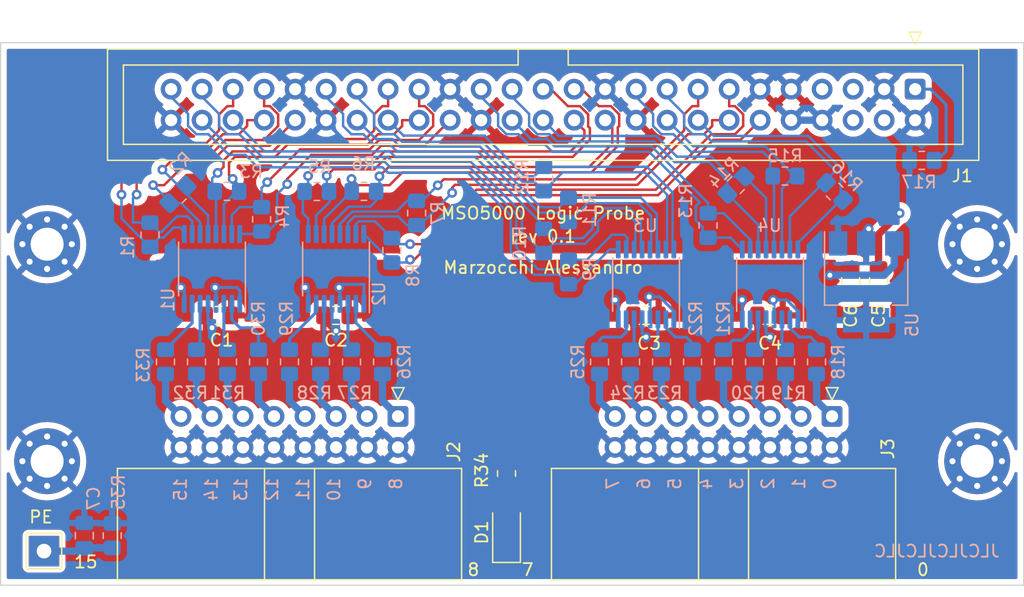
<source format=kicad_pcb>
(kicad_pcb (version 20211014) (generator pcbnew)
  (layers (0 "F.Cu" signal) (31 "B.Cu" signal) (34 "B.Paste" user) (35 "F.Paste" user) (36 "B.SilkS" user "B.Silkscreen") (37 "F.SilkS" user "F.Silkscreen") (38 "B.Mask" user) (39 "F.Mask" user) (44 "Edge.Cuts" user))
  (net 0 "")
  (net 1 "/Gnd")
  (net 2 "+3V3")
  (net 3 "/Probe detect")
  (net 4 "/-2.4V")
  (net 5 "/D8-15Ref")
  (net 6 "/D0-7Ref")
  (net 7 "/+2.4V")
  (net 8 "/+4V")
  (net 9 "/D8-")
  (net 10 "/D8+")
  (net 11 "/D9+")
  (net 12 "/D9-")
  (net 13 "/D0-")
  (net 14 "/D0+")
  (net 15 "/D1+")
  (net 16 "/D1-")
  (net 17 "/D10-")
  (net 18 "/D10+")
  (net 19 "/D11-")
  (net 20 "/D11+")
  (net 21 "/D2-")
  (net 22 "/D2+")
  (net 23 "/D3+")
  (net 24 "/D3-")
  (net 25 "/D12-")
  (net 26 "/D12+")
  (net 27 "/D13+")
  (net 28 "/D13-")
  (net 29 "/D4-")
  (net 30 "/D4+")
  (net 31 "/D5+")
  (net 32 "/D5-")
  (net 33 "/D14+")
  (net 34 "/D14-")
  (net 35 "/D15+")
  (net 36 "/D15-")
  (net 37 "/D6-")
  (net 38 "/D6+")
  (net 39 "/D7+")
  (net 40 "/D7-")
  (net 41 "Net-(J2-Pad1)")
  (net 42 "Net-(J2-Pad3)")
  (net 43 "Net-(J2-Pad5)")
  (net 44 "Net-(J2-Pad7)")
  (net 45 "Net-(J2-Pad9)")
  (net 46 "Net-(J2-Pad11)")
  (net 47 "Net-(J2-Pad13)")
  (net 48 "Net-(J2-Pad15)")
  (net 49 "Net-(J3-Pad1)")
  (net 50 "Net-(J3-Pad3)")
  (net 51 "Net-(J3-Pad5)")
  (net 52 "Net-(J3-Pad7)")
  (net 53 "Net-(J3-Pad9)")
  (net 54 "Net-(J3-Pad11)")
  (net 55 "Net-(J3-Pad13)")
  (net 56 "Net-(J3-Pad15)")
  (net 57 "/D15")
  (net 58 "/D14")
  (net 59 "/D13")
  (net 60 "/D12")
  (net 61 "/D11")
  (net 62 "/D10")
  (net 63 "/D9")
  (net 64 "/D8")
  (net 65 "/D7")
  (net 66 "/D6")
  (net 67 "/D5")
  (net 68 "/D4")
  (net 69 "/D3")
  (net 70 "/D2")
  (net 71 "/D1")
  (net 72 "/D0")
  (net 73 "Net-(D1-Pad2)")
  (net 74 "Earth")
  (footprint "Capacitor_SMD:C_0805_2012Metric_Pad1.18x1.45mm_HandSolder" (layer "F.Cu") (at 137.97 102.3525)
    (fp_text reference "C4")
    (fp_text value "100n")
  )
  (footprint "Capacitor_SMD:C_0805_2012Metric_Pad1.18x1.45mm_HandSolder" (layer "F.Cu") (at 146.86 99.537 -90)
    (fp_text reference "C5")
    (fp_text value "10u")
  )
  (footprint "MountingHole:MountingHole_2.7mm_Pad_Via" (layer "F.Cu") (at 154.94 114.3)
    (fp_text reference "H4" hide)
    (fp_text value "Mount")
  )
  (footprint "LED_SMD:LED_1206_3216Metric_Pad1.42x1.75mm_HandSolder" (layer "F.Cu") (at 116.38 120.1325 90)
    (fp_text reference "D1")
    (fp_text value "LED")
  )
  (footprint "Connector_IDC:IDC-Header_2x08_P2.54mm_Horizontal" (layer "F.Cu") (at 143.05 110.625 -90)
    (fp_text reference "J3")
    (fp_text value "Conn_02x08_Odd_Even")
  )
  (footprint "MountingHole:MountingHole_2.7mm_Pad_Via" (layer "F.Cu") (at 78.74 96.52)
    (fp_text reference "H1" hide)
    (fp_text value "Mount")
  )
  (footprint "MountingHole:MountingHole_2.7mm_Pad_Via" (layer "F.Cu") (at 154.94 96.52)
    (fp_text reference "H3" hide)
    (fp_text value "Mount")
  )
  (footprint "Resistor_SMD:R_0805_2012Metric_Pad1.20x1.40mm_HandSolder" (layer "F.Cu") (at 116.38 115.3065 90)
    (fp_text reference "R34")
    (fp_text value "5.1k")
  )
  (footprint "Connector_IDC:IDC-Header_2x25_P2.54mm_Vertical" (layer "F.Cu") (at 149.86 83.82 -90)
    (fp_text reference "J1")
    (fp_text value "Conn_02x25_Odd_Even")
  )
  (footprint "Capacitor_SMD:C_0805_2012Metric_Pad1.18x1.45mm_HandSolder" (layer "F.Cu") (at 92.7795 102.3525)
    (fp_text reference "C1")
    (fp_text value "100n")
  )
  (footprint "Capacitor_SMD:C_0805_2012Metric_Pad1.18x1.45mm_HandSolder" (layer "F.Cu") (at 144.574 99.537 -90)
    (fp_text reference "C6")
    (fp_text value "10u")
  )
  (footprint "Connector_IDC:IDC-Header_2x08_P2.54mm_Horizontal" (layer "F.Cu") (at 107.49 110.625 -90)
    (fp_text reference "J2")
    (fp_text value "Conn_02x08_Odd_Even")
  )
  (footprint "MountingHole:MountingHole_2.7mm_Pad_Via" (layer "F.Cu") (at 78.74 114.3)
    (fp_text reference "H2" hide)
    (fp_text value "Mount")
  )
  (footprint "Capacitor_SMD:C_0805_2012Metric_Pad1.18x1.45mm_HandSolder" (layer "F.Cu") (at 102.41 102.3525)
    (fp_text reference "C2")
    (fp_text value "100n")
  )
  (footprint "TestPoint:TestPoint_THTPad_2.5x2.5mm_Drill1.2mm" (layer "F.Cu") (at 78.486 121.666)
    (fp_text reference "H5" hide)
    (fp_text value "Mount")
  )
  (footprint "Capacitor_SMD:C_0805_2012Metric_Pad1.18x1.45mm_HandSolder" (layer "F.Cu") (at 127.81 102.3525)
    (fp_text reference "C3")
    (fp_text value "100n")
  )
  (footprint "Package_SO:TSSOP-16_4.4x5mm_P0.65mm" (layer "B.Cu") (at 102.41 98.5425 90)
    (fp_text reference "U2")
    (fp_text value "SN65LVDS391PW")
  )
  (footprint "Resistor_SMD:R_0805_2012Metric_Pad1.20x1.40mm_HandSolder" (layer "B.Cu") (at 139.24 106.1625 -90)
    (fp_text reference "R19")
    (fp_text value "100")
  )
  (footprint "Resistor_SMD:R_0805_2012Metric_Pad1.20x1.40mm_HandSolder" (layer "B.Cu") (at 150.4 89.6525 180)
    (fp_text reference "R17")
    (fp_text value "100")
  )
  (footprint "Resistor_SMD:R_0805_2012Metric_Pad1.20x1.40mm_HandSolder" (layer "B.Cu") (at 90.98 106.1625 -90)
    (fp_text reference "R32")
    (fp_text value "100")
  )
  (footprint "Resistor_SMD:R_0805_2012Metric_Pad1.20x1.40mm_HandSolder" (layer "B.Cu") (at 134.16 106.1625 -90)
    (fp_text reference "R21")
    (fp_text value "100")
  )
  (footprint "Resistor_SMD:R_0805_2012Metric_Pad1.20x1.40mm_HandSolder" (layer "B.Cu") (at 93.52 106.1625 -90)
    (fp_text reference "R31")
    (fp_text value "100")
  )
  (footprint "Resistor_SMD:R_0805_2012Metric_Pad1.20x1.40mm_HandSolder" (layer "B.Cu") (at 132.89 94.9865 -90)
    (fp_text reference "R13")
    (fp_text value "100")
  )
  (footprint "Resistor_SMD:R_0805_2012Metric_Pad1.20x1.40mm_HandSolder" (layer "B.Cu") (at 141.78 106.1625 -90)
    (fp_text reference "R18")
    (fp_text value "100")
  )
  (footprint "Capacitor_SMD:C_0805_2012Metric_Pad1.18x1.45mm_HandSolder" (layer "B.Cu") (at 81.788 120.396 -90)
    (fp_text reference "C7")
    (fp_text value "100n")
  )
  (footprint "Resistor_SMD:R_0805_2012Metric_Pad1.20x1.40mm_HandSolder" (layer "B.Cu") (at 121.46 93.7165 -90)
    (fp_text reference "R11")
    (fp_text value "100")
  )
  (footprint "Resistor_SMD:R_0805_2012Metric_Pad1.20x1.40mm_HandSolder" (layer "B.Cu") (at 98.6 106.1625 -90)
    (fp_text reference "R29")
    (fp_text value "100")
  )
  (footprint "Resistor_SMD:R_0805_2012Metric_Pad1.20x1.40mm_HandSolder" (layer "B.Cu") (at 96.06 106.1625 -90)
    (fp_text reference "R30")
    (fp_text value "100")
  )
  (footprint "Resistor_SMD:R_0805_2012Metric_Pad1.20x1.40mm_HandSolder" (layer "B.Cu") (at 119.428 91.1765 90)
    (fp_text reference "R12")
    (fp_text value "100")
  )
  (footprint "Resistor_SMD:R_0805_2012Metric_Pad1.20x1.40mm_HandSolder" (layer "B.Cu") (at 136.7 106.1625 -90)
    (fp_text reference "R20")
    (fp_text value "100")
  )
  (footprint "Resistor_SMD:R_0805_2012Metric_Pad1.20x1.40mm_HandSolder" (layer "B.Cu") (at 93.472 92.1925 180)
    (fp_text reference "R3")
    (fp_text value "100")
  )
  (footprint "Resistor_SMD:R_0805_2012Metric_Pad1.20x1.40mm_HandSolder" (layer "B.Cu") (at 106.982 97.0185 -90)
    (fp_text reference "R8")
    (fp_text value "100")
  )
  (footprint "Resistor_SMD:R_0805_2012Metric_Pad1.20x1.40mm_HandSolder" (layer "B.Cu") (at 126.54 106.1625 -90)
    (fp_text reference "R24")
    (fp_text value "100")
  )
  (footprint "Package_SO:TSSOP-16_4.4x5mm_P0.65mm" (layer "B.Cu") (at 127.81 99.8125 90)
    (fp_text reference "U3")
    (fp_text value "SN65LVDS391PW")
  )
  (footprint "Resistor_SMD:R_0805_2012Metric_Pad1.20x1.40mm_HandSolder" (layer "B.Cu") (at 143.256 92.202 -45)
    (fp_text reference "R16")
    (fp_text value "100")
  )
  (footprint "Resistor_SMD:R_0805_2012Metric_Pad1.20x1.40mm_HandSolder" (layer "B.Cu") (at 103.68 106.1625 -90)
    (fp_text reference "R27")
    (fp_text value "100")
  )
  (footprint "Resistor_SMD:R_0805_2012Metric_Pad1.20x1.40mm_HandSolder" (layer "B.Cu") (at 121.46 98.7965 -90)
    (fp_text reference "R9")
    (fp_text value "100")
  )
  (footprint "Package_SO:TSSOP-16_4.4x5mm_P0.65mm" (layer "B.Cu") (at 137.97 99.8125 90)
    (fp_text reference "U4")
    (fp_text value "SN65LVDS391PW")
  )
  (footprint "Resistor_SMD:R_0805_2012Metric_Pad1.20x1.40mm_HandSolder" (layer "B.Cu") (at 139.192 90.932 180)
    (fp_text reference "R15")
    (fp_text value "100")
  )
  (footprint "Resistor_SMD:R_0805_2012Metric_Pad1.20x1.40mm_HandSolder" (layer "B.Cu") (at 104.696 92.1925)
    (fp_text reference "R6")
    (fp_text value "100")
  )
  (footprint "Resistor_SMD:R_0805_2012Metric_Pad1.20x1.40mm_HandSolder" (layer "B.Cu") (at 100.838 92.202 180)
    (fp_text reference "R5")
    (fp_text value "100")
  )
  (footprint "Resistor_SMD:R_0805_2012Metric_Pad1.20x1.40mm_HandSolder" (layer "B.Cu") (at 124 106.1625 -90)
    (fp_text reference "R25")
    (fp_text value "100")
  )
  (footprint "Resistor_SMD:R_0805_2012Metric_Pad1.20x1.40mm_HandSolder" (layer "B.Cu") (at 129.08 106.1625 -90)
    (fp_text reference "R23")
    (fp_text value "100")
  )
  (footprint "Package_SO:TSSOP-16_4.4x5mm_P0.65mm" (layer "B.Cu") (at 92.25 98.5425 90)
    (fp_text reference "U1")
    (fp_text value "SN65LVDS391PW")
  )
  (footprint "Resistor_SMD:R_0805_2012Metric_Pad1.20x1.40mm_HandSolder" (layer "B.Cu") (at 88.44 106.1625 -90)
    (fp_text reference "R33")
    (fp_text value "100")
  )
  (footprint "Resistor_SMD:R_0805_2012Metric_Pad1.20x1.40mm_HandSolder" (layer "B.Cu") (at 89.456 92.4465 45)
    (fp_text reference "R2")
    (fp_text value "100")
  )
  (footprint "Resistor_SMD:R_0805_2012Metric_Pad1.20x1.40mm_HandSolder" (layer "B.Cu") (at 101.14 106.1625 -90)
    (fp_text reference "R28")
    (fp_text value "100")
  )
  (footprint "Resistor_SMD:R_0805_2012Metric_Pad1.20x1.40mm_HandSolder" (layer "B.Cu") (at 84.074 120.396 -90)
    (fp_text reference "R35")
    (fp_text value "100")
  )
  (footprint "Resistor_SMD:R_0805_2012Metric_Pad1.20x1.40mm_HandSolder" (layer "B.Cu") (at 119.428 96.2565 90)
    (fp_text reference "R10")
    (fp_text value "100")
  )
  (footprint "Resistor_SMD:R_0805_2012Metric_Pad1.20x1.40mm_HandSolder" (layer "B.Cu") (at 109.014 93.9705 90)
    (fp_text reference "R7")
    (fp_text value "100")
  )
  (footprint "Resistor_SMD:R_0805_2012Metric_Pad1.20x1.40mm_HandSolder" (layer "B.Cu") (at 96.314 94.4785 -90)
    (fp_text reference "R4")
    (fp_text value "100")
  )
  (footprint "Package_TO_SOT_SMD:SOT-223-3_TabPin2" (layer "B.Cu") (at 145.844 99.603 -90)
    (fp_text reference "U5")
    (fp_text value "MCP1825ST-3302E/DB")
  )
  (footprint "Resistor_SMD:R_0805_2012Metric_Pad1.20x1.40mm_HandSolder" (layer "B.Cu") (at 87.17 95.7485 -90)
    (fp_text reference "R1")
    (fp_text value "100")
  )
  (footprint "Resistor_SMD:R_0805_2012Metric_Pad1.20x1.40mm_HandSolder" (layer "B.Cu") (at 135.176 91.6845 45)
    (fp_text reference "R14")
    (fp_text value "100")
  )
  (footprint "Resistor_SMD:R_0805_2012Metric_Pad1.20x1.40mm_HandSolder" (layer "B.Cu") (at 131.62 106.1625 -90)
    (fp_text reference "R22")
    (fp_text value "100")
  )
  (footprint "Resistor_SMD:R_0805_2012Metric_Pad1.20x1.40mm_HandSolder" (layer "B.Cu") (at 106.22 106.1625 -90)
    (fp_text reference "R26")
    (fp_text value "100")
  )
  (gr_line (start 158.75 80.01) (end 158.75 124.46) (layer "Edge.Cuts") (width 0.1))
  (gr_line (start 158.75 124.46) (end 74.93 124.46) (layer "Edge.Cuts") (width 0.1))
  (gr_line (start 74.93 80.01) (end 158.75 80.01) (layer "Edge.Cuts") (width 0.1))
  (gr_line (start 74.93 124.46) (end 74.93 80.01) (layer "Edge.Cuts") (width 0.1))
  (gr_text "6" (at 127.635 115.57 90) (layer "B.SilkS") (effects (font (size 1 1)) (justify left mirror)))
  (gr_text "5" (at 130.175 115.57 90) (layer "B.SilkS") (effects (font (size 1 1)) (justify left mirror)))
  (gr_text "JLCJLCJLCJLC" (at 151.638 121.666) (layer "B.SilkS") (effects (font (size 1 1)) (justify mirror)))
  (gr_text "7" (at 125.095 115.57 90) (layer "B.SilkS") (effects (font (size 1 1)) (justify left mirror)))
  (gr_text "1" (at 140.335 115.57 90) (layer "B.SilkS") (effects (font (size 1 1)) (justify left mirror)))
  (gr_text "11" (at 99.695 115.57 90) (layer "B.SilkS") (effects (font (size 1 1)) (justify left mirror)))
  (gr_text "3" (at 135.255 115.57 90) (layer "B.SilkS") (effects (font (size 1 1)) (justify left mirror)))
  (gr_text "12" (at 97.155 115.57 90) (layer "B.SilkS") (effects (font (size 1 1)) (justify left mirror)))
  (gr_text "14" (at 92.202 115.57 90) (layer "B.SilkS") (effects (font (size 1 1)) (justify left mirror)))
  (gr_text "9" (at 104.775 115.57 90) (layer "B.SilkS") (effects (font (size 1 1)) (justify left mirror)))
  (gr_text "10" (at 102.235 115.57 90) (layer "B.SilkS") (effects (font (size 1 1)) (justify left mirror)))
  (gr_text "0" (at 142.875 115.57 90) (layer "B.SilkS") (effects (font (size 1 1)) (justify left mirror)))
  (gr_text "15" (at 89.662 115.57 90) (layer "B.SilkS") (effects (font (size 1 1)) (justify left mirror)))
  (gr_text "8" (at 107.315 115.57 90) (layer "B.SilkS") (effects (font (size 1 1)) (justify left mirror)))
  (gr_text "2" (at 137.795 115.57 90) (layer "B.SilkS") (effects (font (size 1 1)) (justify left mirror)))
  (gr_text "4" (at 132.715 115.57 90) (layer "B.SilkS") (effects (font (size 1 1)) (justify left mirror)))
  (gr_text "13" (at 94.615 115.57 90) (layer "B.SilkS") (effects (font (size 1 1)) (justify left mirror)))
  (gr_text "Marzocchi Alessandro" (at 119.38 98.425) (layer "F.SilkS") (effects (font (size 1 1))))
  (gr_text "0" (at 150.495 123.19) (layer "F.SilkS") (effects (font (size 1 1))))
  (gr_text "MSO5000 Logic Probe" (at 119.38 93.98) (layer "F.SilkS") (effects (font (size 1 1))))
  (gr_text "PE" (at 78.232 118.872) (layer "F.SilkS") (effects (font (size 1 1))))
  (gr_text "rev 0.1" (at 119.38 95.885) (layer "F.SilkS") (effects (font (size 1 1))))
  (gr_text "8" (at 113.665 123.19) (layer "F.SilkS") (effects (font (size 1 1))))
  (gr_text "15" (at 81.915 122.555) (layer "F.SilkS") (effects (font (size 1 1))))
  (gr_text "7" (at 118.11 123.19) (layer "F.SilkS") (effects (font (size 1 1))))
  (segment (start 91.742 102.8605) (end 92.25 103.3685) (width 0.6) (layer "F.Cu") (net 1))
  (segment (start 126.7725 103.093) (end 127.81 104.1305) (width 0.6) (layer "F.Cu") (net 1))
  (segment (start 101.3725 102.3525) (end 101.3725 102.585) (width 0.6) (layer "F.Cu") (net 1))
  (segment (start 91.742 102.3525) (end 91.742 102.8605) (width 0.6) (layer "F.Cu") (net 1))
  (segment (start 136.9325 103.093) (end 137.97 104.1305) (width 0.6) (layer "F.Cu") (net 1))
  (segment (start 136.9325 102.3525) (end 136.9325 103.093) (width 0.6) (layer "F.Cu") (net 1))
  (segment (start 126.7725 102.3525) (end 126.7725 103.093) (width 0.6) (layer "F.Cu") (net 1))
  (segment (start 101.3725 102.585) (end 102.41 103.6225) (width 0.6) (layer "F.Cu") (net 1))
  (via (at 127.81 104.1305) (size 0.8) (drill 0.4) (layers "F.Cu" "B.Cu") (net 1))
  (via (at 92.25 103.3685) (size 0.8) (drill 0.4) (layers "F.Cu" "B.Cu") (net 1))
  (via (at 146.05 95.25) (size 0.8) (drill 0.4) (layers "F.Cu" "B.Cu") (net 1))
  (via (at 137.97 104.1305) (size 0.8) (drill 0.4) (layers "F.Cu" "B.Cu") (net 1))
  (via (at 102.41 103.6225) (size 0.8) (drill 0.4) (layers "F.Cu" "B.Cu") (net 1))
  (segment (start 91.925 101.405) (end 91.925 103.0435) (width 0.25) (layer "B.Cu") (net 1))
  (segment (start 127.485 102.675) (end 127.485 103.8055) (width 0.25) (layer "B.Cu") (net 1))
  (segment (start 127.485 103.8055) (end 127.81 104.1305) (width 0.25) (layer "B.Cu") (net 1))
  (segment (start 102.085 101.405) (end 102.085 103.2975) (width 0.25) (layer "B.Cu") (net 1))
  (segment (start 145.844 96.453) (end 145.844 95.456) (width 0.6) (layer "B.Cu") (net 1))
  (segment (start 137.645 103.8055) (end 137.97 104.1305) (width 0.25) (layer "B.Cu") (net 1))
  (segment (start 145.844 95.456) (end 146.05 95.25) (width 0.6) (layer "B.Cu") (net 1))
  (segment (start 137.645 102.675) (end 137.645 103.8055) (width 0.25) (layer "B.Cu") (net 1))
  (segment (start 91.925 103.0435) (end 92.25 103.3685) (width 0.25) (layer "B.Cu") (net 1))
  (segment (start 102.085 103.2975) (end 102.41 103.6225) (width 0.25) (layer "B.Cu") (net 1))
  (segment (start 116.38 114.3065) (end 116.38 109.9725) (width 0.6) (layer "F.Cu") (net 2))
  (via (at 135.684 101.0825) (size 0.8) (drill 0.4) (layers "F.Cu" "B.Cu") (net 2))
  (via (at 99.87 100.0665) (size 0.8) (drill 0.4) (layers "F.Cu" "B.Cu") (net 2))
  (via (at 102.664 100.0665) (size 0.8) (drill 0.4) (layers "F.Cu" "B.Cu") (net 2))
  (via (at 92.504 100.0665) (size 0.8) (drill 0.4) (layers "F.Cu" "B.Cu") (net 2))
  (via (at 125.27 101.0825) (size 0.8) (drill 0.4) (layers "F.Cu" "B.Cu") (net 2))
  (via (at 142.875 99.06) (size 0.8) (drill 0.4) (layers "F.Cu" "B.Cu") (net 2))
  (via (at 128.064 100.8285) (size 0.8) (drill 0.4) (layers "F.Cu" "B.Cu") (net 2))
  (via (at 138.224 101.0825) (size 0.8) (drill 0.4) (layers "F.Cu" "B.Cu") (net 2))
  (via (at 89.71 100.0665) (size 0.8) (drill 0.4) (layers "F.Cu" "B.Cu") (net 2))
  (segment (start 138.295 102.675) (end 138.295 101.1535) (width 0.25) (layer "B.Cu") (net 2))
  (segment (start 104.685 100.717139) (end 104.696 100.706139) (width 0.25) (layer "B.Cu") (net 2))
  (segment (start 135.695 101.0935) (end 135.684 101.0825) (width 0.25) (layer "B.Cu") (net 2))
  (segment (start 125.535 102.675) (end 125.535 101.3475) (width 0.25) (layer "B.Cu") (net 2))
  (segment (start 148.144 96.453) (end 148.144 98.236) (width 0.6) (layer "B.Cu") (net 2))
  (segment (start 102.735 100.1375) (end 102.664 100.0665) (width 0.25) (layer "B.Cu") (net 2))
  (segment (start 89.975 101.405) (end 89.975 100.3315) (width 0.25) (layer "B.Cu") (net 2))
  (segment (start 100.135 101.405) (end 100.135 100.3315) (width 0.25) (layer "B.Cu") (net 2))
  (segment (start 128.135 100.8995) (end 128.064 100.8285) (width 0.25) (layer "B.Cu") (net 2))
  (segment (start 130.085 102.675) (end 130.085 101.987139) (width 0.25) (layer "B.Cu") (net 2))
  (segment (start 104.685 101.405) (end 104.685 100.717139) (width 0.25) (layer "B.Cu") (net 2))
  (segment (start 94.525 100.3095) (end 94.282 100.0665) (width 0.25) (layer "B.Cu") (net 2))
  (segment (start 102.918 99.8125) (end 102.664 100.0665) (width 0.25) (layer "B.Cu") (net 2))
  (segment (start 100.135 100.3315) (end 99.87 100.0665) (width 0.25) (layer "B.Cu") (net 2))
  (segment (start 92.575 101.405) (end 92.575 100.1375) (width 0.25) (layer "B.Cu") (net 2))
  (segment (start 104.696 100.706139) (end 104.696 99.8125) (width 0.25) (layer "B.Cu") (net 2))
  (segment (start 130.085 101.987139) (end 128.926361 100.8285) (width 0.25) (layer "B.Cu") (net 2))
  (segment (start 94.525 101.405) (end 94.525 100.3095) (width 0.25) (layer "B.Cu") (net 2))
  (segment (start 94.282 100.0665) (end 92.504 100.0665) (width 0.25) (layer "B.Cu") (net 2))
  (segment (start 138.295 101.1535) (end 138.224 101.0825) (width 0.25) (layer "B.Cu") (net 2))
  (segment (start 92.575 100.1375) (end 92.504 100.0665) (width 0.25) (layer "B.Cu") (net 2))
  (segment (start 135.695 102.675) (end 135.695 101.0935) (width 0.25) (layer "B.Cu") (net 2))
  (segment (start 140.245 102.675) (end 140.245 101.987139) (width 0.25) (layer "B.Cu") (net 2))
  (segment (start 102.735 101.405) (end 102.735 100.1375) (width 0.25) (layer "B.Cu") (net 2))
  (segment (start 140.245 101.987139) (end 139.340361 101.0825) (width 0.25) (layer "B.Cu") (net 2))
  (segment (start 125.535 101.3475) (end 125.27 101.0825) (width 0.25) (layer "B.Cu") (net 2))
  (segment (start 139.340361 101.0825) (end 138.224 101.0825) (width 0.25) (layer "B.Cu") (net 2))
  (segment (start 128.135 102.675) (end 128.135 100.8995) (width 0.25) (layer "B.Cu") (net 2))
  (segment (start 148.144 98.236) (end 147.32 99.06) (width 0.6) (layer "B.Cu") (net 2))
  (segment (start 104.696 99.8125) (end 102.918 99.8125) (width 0.25) (layer "B.Cu") (net 2))
  (segment (start 147.32 99.06) (end 142.875 99.06) (width 0.6) (layer "B.Cu") (net 2))
  (segment (start 89.975 100.3315) (end 89.71 100.0665) (width 0.25) (layer "B.Cu") (net 2))
  (segment (start 128.926361 100.8285) (end 128.064 100.8285) (width 0.25) (layer "B.Cu") (net 2))
  (segment (start 151.6475 89.6525) (end 152.4 88.9) (width 0.25) (layer "B.Cu") (net 3))
  (segment (start 152.4 85.09) (end 151.13 83.82) (width 0.25) (layer "B.Cu") (net 3))
  (segment (start 152.4 88.9) (end 152.4 85.09) (width 0.25) (layer "B.Cu") (net 3))
  (segment (start 151.4 89.6525) (end 151.6475 89.6525) (width 0.25) (layer "B.Cu") (net 3))
  (segment (start 151.13 83.82) (end 149.86 83.82) (width 0.25) (layer "B.Cu") (net 3))
  (segment (start 146.86 95.71) (end 148.59 93.98) (width 0.6) (layer "F.Cu") (net 8))
  (segment (start 146.86 98.4995) (end 146.86 95.71) (width 0.6) (layer "F.Cu") (net 8))
  (via (at 148.59 93.98) (size 0.8) (drill 0.4) (layers "F.Cu" "B.Cu") (net 8))
  (segment (start 139.7 86.36) (end 142.24 86.36) (width 0.6) (layer "B.Cu") (net 8))
  (segment (start 114.0997 92.505) (end 128.7932 92.505) (width 0.2) (layer "F.Cu") (net 9))
  (segment (start 135.560498 87.959502) (end 137.16 86.36) (width 0.2) (layer "F.Cu") (net 9))
  (segment (start 108.47485 97.79) (end 108.8147 97.79) (width 0.2) (layer "F.Cu") (net 9))
  (segment (start 133.338698 87.959502) (end 135.560498 87.959502) (width 0.2) (layer "F.Cu") (net 9))
  (segment (start 128.7932 92.505) (end 133.338698 87.959502) (width 0.2) (layer "F.Cu") (net 9))
  (segment (start 108.8147 97.79) (end 114.0997 92.505) (width 0.2) (layer "F.Cu") (net 9))
  (via (at 108.47485 97.79) (size 0.8) (drill 0.4) (layers "F.Cu" "B.Cu") (net 9))
  (segment (start 106.982 98.0185) (end 108.24635 98.0185) (width 0.2) (layer "B.Cu") (net 9))
  (segment (start 104.685 95.68) (end 106.982 97.977) (width 0.2) (layer "B.Cu") (net 9))
  (segment (start 106.982 97.977) (end 106.982 98.0185) (width 0.2) (layer "B.Cu") (net 9))
  (segment (start 108.24635 98.0185) (end 108.47485 97.79) (width 0.2) (layer "B.Cu") (net 9))
  (segment (start 135.096144 85.210489) (end 134.62 85.210489) (width 0.2) (layer "F.Cu") (net 10))
  (segment (start 108.47485 96.516385) (end 109.451915 96.516385) (width 0.2) (layer "F.Cu") (net 10))
  (segment (start 128.6068 92.055) (end 133.152289 87.509511) (width 0.2) (layer "F.Cu") (net 10))
  (segment (start 134.62 85.210489) (end 134.62 83.82) (width 0.2) (layer "F.Cu") (net 10))
  (segment (start 135.096144 87.509511) (end 135.769511 86.836144) (width 0.2) (layer "F.Cu") (net 10))
  (segment (start 113.9133 92.055) (end 128.6068 92.055) (width 0.2) (layer "F.Cu") (net 10))
  (segment (start 135.769511 85.883856) (end 135.096144 85.210489) (width 0.2) (layer "F.Cu") (net 10))
  (segment (start 133.152289 87.509511) (end 135.096144 87.509511) (width 0.2) (layer "F.Cu") (net 10))
  (segment (start 109.451915 96.516385) (end 113.9133 92.055) (width 0.2) (layer "F.Cu") (net 10))
  (segment (start 135.769511 86.836144) (end 135.769511 85.883856) (width 0.2) (layer "F.Cu") (net 10))
  (via (at 108.47485 96.516385) (size 0.8) (drill 0.4) (layers "F.Cu" "B.Cu") (net 10))
  (segment (start 105.60648 94.64298) (end 104.27752 94.64298) (width 0.2) (layer "B.Cu") (net 10))
  (segment (start 106.982 96.0185) (end 105.60648 94.64298) (width 0.2) (layer "B.Cu") (net 10))
  (segment (start 104.035 94.8855) (end 104.27752 94.64298) (width 0.2) (layer "B.Cu") (net 10))
  (segment (start 107.479885 96.516385) (end 106.982 96.0185) (width 0.2) (layer "B.Cu") (net 10))
  (segment (start 108.47485 96.516385) (end 107.479885 96.516385) (width 0.2) (layer "B.Cu") (net 10))
  (segment (start 104.035 95.68) (end 104.035 94.8855) (width 0.2) (layer "B.Cu") (net 10))
  (segment (start 112.155199 91.6555) (end 111.925232 91.885467) (width 0.2) (layer "F.Cu") (net 11))
  (segment (start 132.556144 87.509511) (end 131.248688 87.509511) (width 0.2) (layer "F.Cu") (net 11))
  (segment (start 134.62 86.36) (end 133.229511 86.36) (width 0.2) (layer "F.Cu") (net 11))
  (segment (start 133.229511 86.36) (end 133.229511 86.836144) (width 0.2) (layer "F.Cu") (net 11))
  (segment (start 111.925232 91.885467) (end 111.925232 92.309732) (width 0.2) (layer "F.Cu") (net 11))
  (segment (start 127.102699 91.6555) (end 112.155199 91.6555) (width 0.2) (layer "F.Cu") (net 11))
  (segment (start 133.229511 86.836144) (end 132.556144 87.509511) (width 0.2) (layer "F.Cu") (net 11))
  (segment (start 131.248688 87.509511) (end 127.102699 91.6555) (width 0.2) (layer "F.Cu") (net 11))
  (via (at 111.925232 92.309732) (size 0.8) (drill 0.4) (layers "F.Cu" "B.Cu") (net 11))
  (segment (start 108.236 94.9705) (end 107.508961 94.243461) (width 0.2) (layer "B.Cu") (net 11))
  (segment (start 107.508961 94.243461) (end 103.915039 94.243461) (width 0.2) (layer "B.Cu") (net 11))
  (segment (start 109.014 94.9705) (end 108.236 94.9705) (width 0.2) (layer "B.Cu") (net 11))
  (segment (start 111.925232 92.309732) (end 109.264464 94.9705) (width 0.2) (layer "B.Cu") (net 11))
  (segment (start 109.264464 94.9705) (end 109.014 94.9705) (width 0.2) (layer "B.Cu") (net 11))
  (segment (start 103.915039 94.243461) (end 103.385 94.7735) (width 0.2) (layer "B.Cu") (net 11))
  (segment (start 103.385 94.7735) (end 103.385 95.68) (width 0.2) (layer "B.Cu") (net 11))
  (segment (start 132.08 85.210489) (end 132.08 83.82) (width 0.2) (layer "F.Cu") (net 12))
  (segment (start 110.744 91.694) (end 111.2325 91.2055) (width 0.2) (layer "F.Cu") (net 12))
  (segment (start 111.2325 91.2055) (end 126.916301 91.2055) (width 0.2) (layer "F.Cu") (net 12))
  (segment (start 130.930489 85.883856) (end 131.603856 85.210489) (width 0.2) (layer "F.Cu") (net 12))
  (segment (start 126.916301 91.2055) (end 130.930489 87.191312) (width 0.2) (layer "F.Cu") (net 12))
  (segment (start 130.930489 87.191312) (end 130.930489 85.883856) (width 0.2) (layer "F.Cu") (net 12))
  (segment (start 131.603856 85.210489) (end 132.08 85.210489) (width 0.2) (layer "F.Cu") (net 12))
  (via (at 110.744 91.694) (size 0.8) (drill 0.4) (layers "F.Cu" "B.Cu") (net 12))
  (segment (start 109.4675 92.9705) (end 110.744 91.694) (width 0.2) (layer "B.Cu") (net 12))
  (segment (start 107.362558 93.843942) (end 108.236 92.9705) (width 0.2) (layer "B.Cu") (net 12))
  (segment (start 108.236 92.9705) (end 109.014 92.9705) (width 0.2) (layer "B.Cu") (net 12))
  (segment (start 102.735 95.68) (end 102.735 94.858494) (width 0.2) (layer "B.Cu") (net 12))
  (segment (start 109.014 92.9705) (end 109.4675 92.9705) (width 0.2) (layer "B.Cu") (net 12))
  (segment (start 102.735 94.858494) (end 103.749552 93.843942) (width 0.2) (layer "B.Cu") (net 12))
  (segment (start 103.749552 93.843942) (end 107.362558 93.843942) (width 0.2) (layer "B.Cu") (net 12))
  (segment (start 140.245 96.411714) (end 143.757107 92.899607) (width 0.2) (layer "B.Cu") (net 13))
  (segment (start 143.757107 90.295407) (end 141.1112 87.6495) (width 0.2) (layer "B.Cu") (net 13))
  (segment (start 143.757107 92.899607) (end 143.757107 90.295407) (width 0.2) (layer "B.Cu") (net 13))
  (segment (start 133.3695 87.6495) (end 132.08 86.36) (width 0.2) (layer "B.Cu") (net 13))
  (segment (start 140.245 96.95) (end 140.245 96.411714) (width 0.2) (layer "B.Cu") (net 13))
  (segment (start 141.1112 87.6495) (end 133.3695 87.6495) (width 0.2) (layer "B.Cu") (net 13))
  (segment (start 131.603856 87.509511) (end 130.930489 86.836144) (width 0.2) (layer "B.Cu") (net 14))
  (segment (start 130.930489 85.846887) (end 129.54 84.456398) (width 0.2) (layer "B.Cu") (net 14))
  (segment (start 142.342893 91.485393) (end 143.307106 90.52118) (width 0.2) (layer "B.Cu") (net 14))
  (segment (start 132.593113 87.509511) (end 131.603856 87.509511) (width 0.2) (layer "B.Cu") (net 14))
  (segment (start 139.595 94.233286) (end 142.342893 91.485393) (width 0.2) (layer "B.Cu") (net 14))
  (segment (start 133.183102 88.0995) (end 132.593113 87.509511) (width 0.2) (layer "B.Cu") (net 14))
  (segment (start 139.595 96.95) (end 139.595 94.233286) (width 0.2) (layer "B.Cu") (net 14))
  (segment (start 129.54 84.456398) (end 129.54 83.82) (width 0.2) (layer "B.Cu") (net 14))
  (segment (start 140.9248 88.0995) (end 133.183102 88.0995) (width 0.2) (layer "B.Cu") (net 14))
  (segment (start 143.307106 90.52118) (end 143.307106 90.481806) (width 0.2) (layer "B.Cu") (net 14))
  (segment (start 130.930489 86.836144) (end 130.930489 85.846887) (width 0.2) (layer "B.Cu") (net 14))
  (segment (start 143.307106 90.481806) (end 140.9248 88.0995) (width 0.2) (layer "B.Cu") (net 14))
  (segment (start 139.986 90.9225) (end 137.5625 88.499) (width 0.2) (layer "B.Cu") (net 15))
  (segment (start 138.945 91.9635) (end 139.986 90.9225) (width 0.2) (layer "B.Cu") (net 15))
  (segment (start 137.5625 88.499) (end 131.679 88.499) (width 0.2) (layer "B.Cu") (net 15))
  (segment (start 131.679 88.499) (end 129.54 86.36) (width 0.2) (layer "B.Cu") (net 15))
  (segment (start 138.945 96.95) (end 138.945 91.9635) (width 0.2) (layer "B.Cu") (net 15))
  (segment (start 131.492602 88.949) (end 130.053113 87.509511) (width 0.2) (layer "B.Cu") (net 16))
  (segment (start 128.390489 85.846887) (end 127 84.456398) (width 0.2) (layer "B.Cu") (net 16))
  (segment (start 138.295 96.95) (end 138.295 91.2315) (width 0.2) (layer "B.Cu") (net 16))
  (segment (start 129.063856 87.509511) (end 128.390489 86.836144) (width 0.2) (layer "B.Cu") (net 16))
  (segment (start 138.295 91.2315) (end 137.986 90.9225) (width 0.2) (layer "B.Cu") (net 16))
  (segment (start 137.376103 88.949) (end 131.492602 88.949) (width 0.2) (layer "B.Cu") (net 16))
  (segment (start 128.390489 86.836144) (end 128.390489 85.846887) (width 0.2) (layer "B.Cu") (net 16))
  (segment (start 137.986 89.558897) (end 137.376103 88.949) (width 0.2) (layer "B.Cu") (net 16))
  (segment (start 130.053113 87.509511) (end 129.063856 87.509511) (width 0.2) (layer "B.Cu") (net 16))
  (segment (start 127 84.456398) (end 127 83.82) (width 0.2) (layer "B.Cu") (net 16))
  (segment (start 137.986 90.9225) (end 137.986 89.558897) (width 0.2) (layer "B.Cu") (net 16))
  (segment (start 106.728389 90.1895) (end 105.961973 90.955916) (width 0.2) (layer "F.Cu") (net 17))
  (segment (start 123.1448 90.1895) (end 107.650803 90.1895) (width 0.2) (layer "F.Cu") (net 17))
  (segment (start 125.045 86.945) (end 125.045 88.2893) (width 0.2) (layer "F.Cu") (net 17))
  (segment (start 125.045 88.2893) (end 123.1448 90.1895) (width 0.2) (layer "F.Cu") (net 17))
  (segment (start 124.46 86.36) (end 125.045 86.945) (width 0.2) (layer "F.Cu") (net 17))
  (segment (start 107.650803 90.1895) (end 106.728389 90.1895) (width 0.2) (layer "F.Cu") (net 17))
  (via (at 105.961973 90.955916) (size 0.8) (drill 0.4) (layers "F.Cu" "B.Cu") (net 17))
  (segment (start 105.204 93.444423) (end 105.696 92.952423) (width 0.2) (layer "B.Cu") (net 17))
  (segment (start 105.696 92.952423) (end 105.696 92.1925) (width 0.2) (layer "B.Cu") (net 17))
  (segment (start 105.961973 90.955916) (end 105.961973 91.926527) (width 0.2) (layer "B.Cu") (net 17))
  (segment (start 102.085 94.8035) (end 103.444077 93.444423) (width 0.2) (layer "B.Cu") (net 17))
  (segment (start 102.085 95.68) (end 102.085 94.8035) (width 0.2) (layer "B.Cu") (net 17))
  (segment (start 103.444077 93.444423) (end 105.204 93.444423) (width 0.2) (layer "B.Cu") (net 17))
  (segment (start 105.961973 91.926527) (end 105.696 92.1925) (width 0.2) (layer "B.Cu") (net 17))
  (segment (start 123.946887 85.210489) (end 124.936144 85.210489) (width 0.2) (layer "F.Cu") (net 18))
  (segment (start 106.792201 91.6845) (end 104.188 91.6845) (width 0.2) (layer "F.Cu") (net 18))
  (segment (start 125.495 88.4757) (end 123.3312 90.6395) (width 0.2) (layer "F.Cu") (net 18))
  (segment (start 104.188 91.6845) (end 103.68 91.1765) (width 0.2) (layer "F.Cu") (net 18))
  (segment (start 124.936144 85.210489) (end 125.609511 85.883856) (width 0.2) (layer "F.Cu") (net 18))
  (segment (start 125.609511 85.883856) (end 125.609511 86.836144) (width 0.2) (layer "F.Cu") (net 18))
  (segment (start 123.3312 90.6395) (end 107.837201 90.6395) (width 0.2) (layer "F.Cu") (net 18))
  (segment (start 125.495 86.950655) (end 125.495 88.4757) (width 0.2) (layer "F.Cu") (net 18))
  (segment (start 122.556398 83.82) (end 123.946887 85.210489) (width 0.2) (layer "F.Cu") (net 18))
  (segment (start 121.92 83.82) (end 122.556398 83.82) (width 0.2) (layer "F.Cu") (net 18))
  (segment (start 107.837201 90.6395) (end 106.792201 91.6845) (width 0.2) (layer "F.Cu") (net 18))
  (segment (start 125.609511 86.836144) (end 125.495 86.950655) (width 0.2) (layer "F.Cu") (net 18))
  (via (at 103.68 91.1765) (size 0.8) (drill 0.4) (layers "F.Cu" "B.Cu") (net 18))
  (segment (start 101.435 94.4375) (end 101.435 95.68) (width 0.2) (layer "B.Cu") (net 18))
  (segment (start 103.696 92.1925) (end 103.68 92.1925) (width 0.2) (layer "B.Cu") (net 18))
  (segment (start 103.68 92.1925) (end 101.435 94.4375) (width 0.2) (layer "B.Cu") (net 18))
  (segment (start 103.68 91.1765) (end 103.68 92.1765) (width 0.2) (layer "B.Cu") (net 18))
  (segment (start 103.68 92.1765) (end 103.696 92.1925) (width 0.2) (layer "B.Cu") (net 18))
  (segment (start 105.3938 89.9065) (end 106.3808 88.9195) (width 0.2) (layer "F.Cu") (net 19))
  (segment (start 121.6208 88.9195) (end 122.759 87.7813) (width 0.2) (layer "F.Cu") (net 19))
  (segment (start 101.14 89.9065) (end 105.3938 89.9065) (width 0.2) (layer "F.Cu") (net 19))
  (segment (start 106.3808 88.9195) (end 121.6208 88.9195) (width 0.2) (layer "F.Cu") (net 19))
  (segment (start 100.124 90.9225) (end 101.14 89.9065) (width 0.2) (layer "F.Cu") (net 19))
  (segment (start 122.759 87.199) (end 121.92 86.36) (width 0.2) (layer "F.Cu") (net 19))
  (segment (start 122.759 87.7813) (end 122.759 87.199) (width 0.2) (layer "F.Cu") (net 19))
  (via (at 100.124 90.9225) (size 0.8) (drill 0.4) (layers "F.Cu" "B.Cu") (net 19))
  (segment (start 100.124 91.7005) (end 99.886 91.9385) (width 0.2) (layer "B.Cu") (net 19))
  (segment (start 100.135 95.68) (end 100.135 94.42) (width 0.2) (layer "B.Cu") (net 19))
  (segment (start 99.695 92.1295) (end 99.886 91.9385) (width 0.2) (layer "B.Cu") (net 19))
  (segment (start 99.695 93.98) (end 99.695 92.1295) (width 0.2) (layer "B.Cu") (net 19))
  (segment (start 100.124 90.9225) (end 100.124 91.7005) (width 0.2) (layer "B.Cu") (net 19))
  (segment (start 100.135 94.42) (end 99.695 93.98) (width 0.2) (layer "B.Cu") (net 19))
  (segment (start 121.406887 85.210489) (end 122.396144 85.210489) (width 0.2) (layer "F.Cu") (net 20))
  (segment (start 122.396144 85.210489) (end 123.069511 85.883856) (width 0.2) (layer "F.Cu") (net 20))
  (segment (start 123.069511 86.873113) (end 123.209 87.012602) (width 0.2) (layer "F.Cu") (net 20))
  (segment (start 119.38 83.82) (end 120.016398 83.82) (width 0.2) (layer "F.Cu") (net 20))
  (segment (start 102.185 90.3855) (end 105.5512 90.3855) (width 0.2) (layer "F.Cu") (net 20))
  (segment (start 123.209 87.012602) (end 123.209 87.9677) (width 0.2) (layer "F.Cu") (net 20))
  (segment (start 123.209 87.9677) (end 121.8072 89.3695) (width 0.2) (layer "F.Cu") (net 20))
  (segment (start 101.648 90.9225) (end 102.185 90.3855) (width 0.2) (layer "F.Cu") (net 20))
  (segment (start 106.5672 89.3695) (end 105.5512 90.3855) (width 0.2) (layer "F.Cu") (net 20))
  (segment (start 120.016398 83.82) (end 121.406887 85.210489) (width 0.2) (layer "F.Cu") (net 20))
  (segment (start 121.8072 89.3695) (end 106.5672 89.3695) (width 0.2) (layer "F.Cu") (net 20))
  (segment (start 123.069511 85.883856) (end 123.069511 86.873113) (width 0.2) (layer "F.Cu") (net 20))
  (via (at 101.648 90.9225) (size 0.8) (drill 0.4) (layers "F.Cu" "B.Cu") (net 20))
  (segment (start 101.648 91.7005) (end 101.886 91.9385) (width 0.2) (layer "B.Cu") (net 20))
  (segment (start 100.785 95.68) (end 100.785 94.16) (width 0.2) (layer "B.Cu") (net 20))
  (segment (start 101.648 90.9225) (end 101.648 91.7005) (width 0.2) (layer "B.Cu") (net 20))
  (segment (start 100.785 94.16) (end 101.886 93.059) (width 0.2) (layer "B.Cu") (net 20))
  (segment (start 101.886 93.059) (end 101.886 91.9385) (width 0.2) (layer "B.Cu") (net 20))
  (segment (start 120.6695 87.6495) (end 119.38 86.36) (width 0.2) (layer "B.Cu") (net 21))
  (segment (start 133.158219 89.34852) (end 130.337859 89.34852) (width 0.2) (layer "B.Cu") (net 21))
  (segment (start 137.645 92.739286) (end 135.883107 90.977393) (width 0.2) (layer "B.Cu") (net 21))
  (segment (start 135.883107 90.977393) (end 134.787092 90.977393) (width 0.2) (layer "B.Cu") (net 21))
  (segment (start 137.645 96.95) (end 137.645 92.739286) (width 0.2) (layer "B.Cu") (net 21))
  (segment (start 134.787092 90.977393) (end 133.158219 89.34852) (width 0.2) (layer "B.Cu") (net 21))
  (segment (start 130.337859 89.34852) (end 128.638839 87.6495) (width 0.2) (layer "B.Cu") (net 21))
  (segment (start 128.638839 87.6495) (end 120.6695 87.6495) (width 0.2) (layer "B.Cu") (net 21))
  (segment (start 118.230489 85.846887) (end 116.84 84.456398) (width 0.2) (layer "B.Cu") (net 22))
  (segment (start 128.452456 88.0995) (end 120.483102 88.0995) (width 0.2) (layer "B.Cu") (net 22))
  (segment (start 130.151467 89.798511) (end 128.452456 88.0995) (width 0.2) (layer "B.Cu") (net 22))
  (segment (start 120.483102 88.0995) (end 119.893113 87.509511) (width 0.2) (layer "B.Cu") (net 22))
  (segment (start 136.995 96.95) (end 136.995 94.917714) (width 0.2) (layer "B.Cu") (net 22))
  (segment (start 118.230489 86.836144) (end 118.230489 85.846887) (width 0.2) (layer "B.Cu") (net 22))
  (segment (start 118.903856 87.509511) (end 118.230489 86.836144) (width 0.2) (layer "B.Cu") (net 22))
  (segment (start 116.84 84.456398) (end 116.84 83.82) (width 0.2) (layer "B.Cu") (net 22))
  (segment (start 136.995 94.917714) (end 134.468893 92.391607) (width 0.2) (layer "B.Cu") (net 22))
  (segment (start 134.468893 92.391607) (end 134.468893 91.295592) (width 0.2) (layer "B.Cu") (net 22))
  (segment (start 134.468893 91.295592) (end 132.971812 89.798511) (width 0.2) (layer "B.Cu") (net 22))
  (segment (start 119.893113 87.509511) (end 118.903856 87.509511) (width 0.2) (layer "B.Cu") (net 22))
  (segment (start 132.971812 89.798511) (end 130.151467 89.798511) (width 0.2) (layer "B.Cu") (net 22))
  (segment (start 120.317616 88.49902) (end 119.727607 87.909011) (width 0.2) (layer "B.Cu") (net 23))
  (segment (start 136.345 96.95) (end 136.345 96.1555) (width 0.2) (layer "B.Cu") (net 23))
  (segment (start 119.727607 87.909011) (end 118.389011 87.909011) (width 0.2) (layer "B.Cu") (net 23))
  (segment (start 128.24472 88.49902) (end 120.317616 88.49902) (width 0.2) (layer "B.Cu") (net 23))
  (segment (start 132.89 93.1443) (end 128.24472 88.49902) (width 0.2) (layer "B.Cu") (net 23))
  (segment (start 132.89 93.9865) (end 132.89 93.1443) (width 0.2) (layer "B.Cu") (net 23))
  (segment (start 136.345 96.1555) (end 134.176 93.9865) (width 0.2) (layer "B.Cu") (net 23))
  (segment (start 134.176 93.9865) (end 132.89 93.9865) (width 0.2) (layer "B.Cu") (net 23))
  (segment (start 118.389011 87.909011) (end 116.84 86.36) (width 0.2) (layer "B.Cu") (net 23))
  (segment (start 134.7315 95.9865) (end 135.695 96.95) (width 0.2) (layer "B.Cu") (net 24))
  (segment (start 128.058311 88.949011) (end 120.131223 88.949011) (width 0.2) (layer "B.Cu") (net 24))
  (segment (start 116.363856 87.509511) (end 115.690489 86.836144) (width 0.2) (layer "B.Cu") (net 24))
  (segment (start 132.89 95.9865) (end 132.44 95.5365) (width 0.2) (layer "B.Cu") (net 24))
  (segment (start 114.3 84.456398) (end 114.3 83.82) (width 0.2) (layer "B.Cu") (net 24))
  (segment (start 120.131223 88.949011) (end 119.541223 88.359011) (width 0.2) (layer "B.Cu") (net 24))
  (segment (start 132.44 95.113638) (end 131.89048 94.564118) (width 0.2) (layer "B.Cu") (net 24))
  (segment (start 131.89048 93.408882) (end 132.204331 93.095031) (width 0.2) (layer "B.Cu") (net 24))
  (segment (start 132.204331 93.095031) (end 128.058311 88.949011) (width 0.2) (layer "B.Cu") (net 24))
  (segment (start 117.353113 87.509511) (end 116.363856 87.509511) (width 0.2) (layer "B.Cu") (net 24))
  (segment (start 115.690489 85.846887) (end 114.3 84.456398) (width 0.2) (layer "B.Cu") (net 24))
  (segment (start 118.202613 88.359011) (end 117.353113 87.509511) (width 0.2) (layer "B.Cu") (net 24))
  (segment (start 132.89 95.9865) (end 134.7315 95.9865) (width 0.2) (layer "B.Cu") (net 24))
  (segment (start 131.89048 94.564118) (end 131.89048 93.408882) (width 0.2) (layer "B.Cu") (net 24))
  (segment (start 119.541223 88.359011) (end 118.202613 88.359011) (width 0.2) (layer "B.Cu") (net 24))
  (segment (start 115.690489 86.836144) (end 115.690489 85.846887) (width 0.2) (layer "B.Cu") (net 24))
  (segment (start 132.44 95.5365) (end 132.44 95.113638) (width 0.2) (layer "B.Cu") (net 24))
  (segment (start 105.356578 89.203011) (end 100.383689 89.203011) (width 0.2) (layer "F.Cu") (net 25))
  (segment (start 109.670001 88.449999) (end 106.10959 88.449999) (width 0.2) (layer "F.Cu") (net 25))
  (segment (start 106.10959 88.449999) (end 105.356578 89.203011) (width 0.2) (layer "F.Cu") (net 25))
  (segment (start 98.413587 91.173112) (end 98.413587 91.597377) (width 0.2) (layer "F.Cu") (net 25))
  (segment (start 111.76 86.36) (end 109.670001 88.449999) (width 0.2) (layer "F.Cu") (net 25))
  (segment (start 100.383689 89.203011) (end 98.413587 91.173112) (width 0.2) (layer "F.Cu") (net 25))
  (via (at 98.413587 91.597377) (size 0.8) (drill 0.4) (layers "F.Cu" "B.Cu") (net 25))
  (segment (start 94.525 95.68) (end 96.1125 95.68) (width 0.2) (layer "B.Cu") (net 25))
  (segment (start 96.838 95.4785) (end 97.584 94.7325) (width 0.2) (layer "B.Cu") (net 25))
  (segment (start 97.584 92.426964) (end 98.413587 91.597377) (width 0.2) (layer "B.Cu") (net 25))
  (segment (start 97.584 94.7325) (end 97.584 92.426964) (width 0.2) (layer "B.Cu") (net 25))
  (segment (start 96.314 95.4785) (end 96.838 95.4785) (width 0.2) (layer "B.Cu") (net 25))
  (segment (start 96.1125 95.68) (end 96.314 95.4785) (width 0.2) (layer "B.Cu") (net 25))
  (segment (start 110.369511 85.883856) (end 110.369511 86.836144) (width 0.2) (layer "F.Cu") (net 26))
  (segment (start 99.46098 88.75302) (end 96.774 91.44) (width 0.2) (layer "F.Cu") (net 26))
  (segment (start 109.22 85.210489) (end 109.696144 85.210489) (width 0.2) (layer "F.Cu") (net 26))
  (segment (start 110.369511 86.836144) (end 109.22 87.985655) (width 0.2) (layer "F.Cu") (net 26))
  (segment (start 109.22 83.82) (end 109.22 85.210489) (width 0.2) (layer "F.Cu") (net 26))
  (segment (start 109.22 87.985655) (end 105.93755 87.985655) (width 0.2) (layer "F.Cu") (net 26))
  (segment (start 109.696144 85.210489) (end 110.369511 85.883856) (width 0.2) (layer "F.Cu") (net 26))
  (segment (start 105.170185 88.75302) (end 99.46098 88.75302) (width 0.2) (layer "F.Cu") (net 26))
  (segment (start 105.93755 87.985655) (end 105.170185 88.75302) (width 0.2) (layer "F.Cu") (net 26))
  (via (at 96.774 91.44) (size 0.8) (drill 0.4) (layers "F.Cu" "B.Cu") (net 26))
  (segment (start 96.314 93.4785) (end 96.314 91.9) (width 0.2) (layer "B.Cu") (net 26))
  (segment (start 93.875 95.68) (end 93.875 94.1235) (width 0.2) (layer "B.Cu") (net 26))
  (segment (start 96.314 91.9) (end 96.774 91.44) (width 0.2) (layer "B.Cu") (net 26))
  (segment (start 93.875 94.1235) (end 94.52 93.4785) (width 0.2) (layer "B.Cu") (net 26))
  (segment (start 94.52 93.4785) (end 96.314 93.4785) (width 0.2) (layer "B.Cu") (net 26))
  (segment (start 109.22 86.36) (end 107.829511 86.36) (width 0.2) (layer "F.Cu") (net 27))
  (segment (start 105.004699 88.3535) (end 98.4392 88.3535) (width 0.2) (layer "F.Cu") (net 27))
  (segment (start 107.829511 86.836144) (end 107.156144 87.509511) (width 0.2) (layer "F.Cu") (net 27))
  (segment (start 93.644993 89.845707) (end 93.644994 90.873609) (width 0.2) (layer "F.Cu") (net 27))
  (segment (start 97.4232 89.3695) (end 94.1212 89.3695) (width 0.2) (layer "F.Cu") (net 27))
  (segment (start 107.829511 86.36) (end 107.829511 86.836144) (width 0.2) (layer "F.Cu") (net 27))
  (segment (start 93.644994 90.873609) (end 93.944993 91.173608) (width 0.2) (layer "F.Cu") (net 27))
  (segment (start 107.156144 87.509511) (end 105.848688 87.509511) (width 0.2) (layer "F.Cu") (net 27))
  (segment (start 94.1212 89.3695) (end 93.644993 89.845707) (width 0.2) (layer "F.Cu") (net 27))
  (segment (start 98.4392 88.3535) (end 97.4232 89.3695) (width 0.2) (layer "F.Cu") (net 27))
  (segment (start 105.848688 87.509511) (end 105.004699 88.3535) (width 0.2) (layer "F.Cu") (net 27))
  (via (at 93.944993 91.173608) (size 0.8) (drill 0.4) (layers "F.Cu" "B.Cu") (net 27))
  (segment (start 93.225 93.2335) (end 94.266 92.1925) (width 0.2) (layer "B.Cu") (net 27))
  (segment (start 93.225 95.68) (end 93.225 93.2335) (width 0.2) (layer "B.Cu") (net 27))
  (segment (start 94.266 92.1925) (end 94.266 91.494615) (width 0.2) (layer "B.Cu") (net 27))
  (segment (start 94.266 91.494615) (end 93.944993 91.173608) (width 0.2) (layer "B.Cu") (net 27))
  (segment (start 105.530489 87.191312) (end 104.818301 87.9035) (width 0.2) (layer "F.Cu") (net 28))
  (segment (start 106.203856 85.210489) (end 105.530489 85.883856) (width 0.2) (layer "F.Cu") (net 28))
  (segment (start 105.530489 85.883856) (end 105.530489 87.191312) (width 0.2) (layer "F.Cu") (net 28))
  (segment (start 104.818301 87.9035) (end 98.2528 87.9035) (width 0.2) (layer "F.Cu") (net 28))
  (segment (start 93.9348 88.9195) (end 93.194993 89.659307) (width 0.2) (layer "F.Cu") (net 28))
  (segment (start 97.2368 88.9195) (end 93.9348 88.9195) (width 0.2) (layer "F.Cu") (net 28))
  (segment (start 98.2528 87.9035) (end 97.2368 88.9195) (width 0.2) (layer "F.Cu") (net 28))
  (segment (start 93.194993 90.193007) (end 92.71 90.678) (width 0.2) (layer "F.Cu") (net 28))
  (segment (start 106.68 85.210489) (end 106.203856 85.210489) (width 0.2) (layer "F.Cu") (net 28))
  (segment (start 106.68 83.82) (end 106.68 85.210489) (width 0.2) (layer "F.Cu") (net 28))
  (segment (start 93.194993 89.659307) (end 93.194993 90.193007) (width 0.2) (layer "F.Cu") (net 28))
  (via (at 92.71 90.678) (size 0.8) (drill 0.4) (layers "F.Cu" "B.Cu") (net 28))
  (segment (start 92.266 92.1925) (end 92.266 91.122) (width 0.2) (layer "B.Cu") (net 28))
  (segment (start 92.266 91.122) (end 92.71 90.678) (width 0.2) (layer "B.Cu") (net 28))
  (segment (start 92.575 95.68) (end 92.575 92.5015) (width 0.2) (layer "B.Cu") (net 28))
  (segment (start 92.575 92.5015) (end 92.266 92.1925) (width 0.2) (layer "B.Cu") (net 28))
  (segment (start 130.085 96.95) (end 129.985001 96.850001) (width 0.2) (layer "B.Cu") (net 29))
  (segment (start 107.96925 87.64925) (end 106.68 86.36) (width 0.2) (layer "B.Cu") (net 29))
  (segment (start 119.428 90.1765) (end 118.653001 90.951499) (width 0.2) (layer "B.Cu") (net 29))
  (segment (start 129.985001 92.271301) (end 127.8902 90.1765) (width 0.2) (layer "B.Cu") (net 29))
  (segment (start 117.875001 90.951499) (end 114.602 87.678498) (width 0.2) (layer "B.Cu") (net 29))
  (segment (start 129.985001 96.850001) (end 129.985001 92.271301) (width 0.2) (layer "B.Cu") (net 29))
  (segment (start 114.602 87.678498) (end 114.602 87.6205) (width 0.2) (layer "B.Cu") (net 29))
  (segment (start 114.602 87.6205) (end 107.998 87.6205) (width 0.2) (layer "B.Cu") (net 29))
  (segment (start 127.8902 90.1765) (end 119.428 90.1765) (width 0.2) (layer "B.Cu") (net 29))
  (segment (start 118.653001 90.951499) (end 117.875001 90.951499) (width 0.2) (layer "B.Cu") (net 29))
  (segment (start 107.998 87.6205) (end 107.96925 87.64925) (width 0.2) (layer "B.Cu") (net 29))
  (segment (start 114.405998 88.1285) (end 107.812102 88.1285) (width 0.2) (layer "B.Cu") (net 30))
  (segment (start 105.530489 85.846887) (end 104.14 84.456398) (width 0.2) (layer "B.Cu") (net 30))
  (segment (start 107.812102 88.1285) (end 107.193113 87.509511) (width 0.2) (layer "B.Cu") (net 30))
  (segment (start 107.193113 87.509511) (end 106.203856 87.509511) (width 0.2) (layer "B.Cu") (net 30))
  (segment (start 120.977999 90.626501) (end 119.428 92.1765) (width 0.2) (layer "B.Cu") (net 30))
  (segment (start 104.14 84.456398) (end 104.14 83.82) (width 0.2) (layer "B.Cu") (net 30))
  (segment (start 117.678999 91.401501) (end 114.405998 88.1285) (width 0.2) (layer "B.Cu") (net 30))
  (segment (start 105.530489 86.836144) (end 105.530489 85.846887) (width 0.2) (layer "B.Cu") (net 30))
  (segment (start 129.534999 92.457699) (end 127.703801 90.626501) (width 0.2) (layer "B.Cu") (net 30))
  (segment (start 129.435 96.95) (end 129.534999 96.850001) (width 0.2) (layer "B.Cu") (net 30))
  (segment (start 129.534999 96.850001) (end 129.534999 92.457699) (width 0.2) (layer "B.Cu") (net 30))
  (segment (start 106.203856 87.509511) (end 105.530489 86.836144) (width 0.2) (layer "B.Cu") (net 30))
  (segment (start 118.653001 91.401501) (end 117.678999 91.401501) (width 0.2) (layer "B.Cu") (net 30))
  (segment (start 127.703801 90.626501) (end 120.977999 90.626501) (width 0.2) (layer "B.Cu") (net 30))
  (segment (start 119.428 92.1765) (end 118.653001 91.401501) (width 0.2) (layer "B.Cu") (net 30))
  (segment (start 128.685001 94.019301) (end 127.3822 92.7165) (width 0.2) (layer "B.Cu") (net 31))
  (segment (start 127.3822 92.7165) (end 121.46 92.7165) (width 0.2) (layer "B.Cu") (net 31))
  (segment (start 121.46 92.7165) (end 120.685001 93.491499) (width 0.2) (layer "B.Cu") (net 31))
  (segment (start 114.202382 88.52802) (end 107.646616 88.52802) (width 0.2) (layer "B.Cu") (net 31))
  (segment (start 119.165861 93.491499) (end 114.202382 88.52802) (width 0.2) (layer "B.Cu") (net 31))
  (segment (start 105.689011 87.909011) (end 104.14 86.36) (width 0.2) (layer "B.Cu") (net 31))
  (segment (start 128.685001 96.850001) (end 128.685001 94.019301) (width 0.2) (layer "B.Cu") (net 31))
  (segment (start 120.685001 93.491499) (end 119.165861 93.491499) (width 0.2) (layer "B.Cu") (net 31))
  (segment (start 107.027607 87.909011) (end 105.689011 87.909011) (width 0.2) (layer "B.Cu") (net 31))
  (segment (start 128.785 96.95) (end 128.685001 96.850001) (width 0.2) (layer "B.Cu") (net 31))
  (segment (start 107.646616 88.52802) (end 107.027607 87.909011) (width 0.2) (layer "B.Cu") (net 31))
  (segment (start 102.990489 85.846887) (end 101.6 84.456398) (width 0.2) (layer "B.Cu") (net 32))
  (segment (start 127.195801 93.166501) (end 123.009999 93.166501) (width 0.2) (layer "B.Cu") (net 32))
  (segment (start 119.050857 93.941501) (end 114.046928 88.937572) (width 0.2) (layer "B.Cu") (net 32))
  (segment (start 120.685001 93.941501) (end 119.050857 93.941501) (width 0.2) (layer "B.Cu") (net 32))
  (segment (start 128.234999 96.850001) (end 128.234999 94.205699) (width 0.2) (layer "B.Cu") (net 32))
  (segment (start 114.046928 88.937572) (end 107.442928 88.937572) (width 0.2) (layer "B.Cu") (net 32))
  (segment (start 102.990489 86.836144) (end 102.990489 85.846887) (width 0.2) (layer "B.Cu") (net 32))
  (segment (start 105.502613 88.359011) (end 104.653113 87.509511) (width 0.2) (layer "B.Cu") (net 32))
  (segment (start 106.841223 88.359011) (end 105.502613 88.359011) (width 0.2) (layer "B.Cu") (net 32))
  (segment (start 128.135 96.95) (end 128.234999 96.850001) (width 0.2) (layer "B.Cu") (net 32))
  (segment (start 104.653113 87.509511) (end 103.663856 87.509511) (width 0.2) (layer "B.Cu") (net 32))
  (segment (start 107.442928 88.937572) (end 107.431356 88.949144) (width 0.2) (layer "B.Cu") (net 32))
  (segment (start 107.431356 88.949144) (end 106.841223 88.359011) (width 0.2) (layer "B.Cu") (net 32))
  (segment (start 128.234999 94.205699) (end 127.195801 93.166501) (width 0.2) (layer "B.Cu") (net 32))
  (segment (start 121.46 94.7165) (end 120.685001 93.941501) (width 0.2) (layer "B.Cu") (net 32))
  (segment (start 103.663856 87.509511) (end 102.990489 86.836144) (width 0.2) (layer "B.Cu") (net 32))
  (segment (start 101.6 84.456398) (end 101.6 83.82) (width 0.2) (layer "B.Cu") (net 32))
  (segment (start 123.009999 93.166501) (end 121.46 94.7165) (width 0.2) (layer "B.Cu") (net 32))
  (segment (start 87.424 91.6845) (end 88.3245 91.6845) (width 0.2) (layer "F.Cu") (net 33))
  (segment (start 88.3245 91.6845) (end 89.8775 90.1315) (width 0.2) (layer "F.Cu") (net 33))
  (segment (start 99.06 86.36) (end 96.970001 88.449999) (width 0.2) (layer "F.Cu") (net 33))
  (segment (start 93.516701 88.449999) (end 91.8352 90.1315) (width 0.2) (layer "F.Cu") (net 33))
  (segment (start 91.8352 90.1315) (end 89.8775 90.1315) (width 0.2) (layer "F.Cu") (net 33))
  (segment (start 96.970001 88.449999) (end 93.516701 88.449999) (width 0.2) (layer "F.Cu") (net 33))
  (via (at 87.424 91.6845) (size 0.8) (drill 0.4) (layers "F.Cu" "B.Cu") (net 33))
  (segment (start 88.748893 93.009393) (end 88.748893 93.153607) (width 0.2) (layer "B.Cu") (net 33))
  (segment (start 91.275 94.716494) (end 89.712113 93.153607) (width 0.2) (layer "B.Cu") (net 33))
  (segment (start 89.712113 93.153607) (end 88.748893 93.153607) (width 0.2) (layer "B.Cu") (net 33))
  (segment (start 91.275 95.68) (end 91.275 94.716494) (width 0.2) (layer "B.Cu") (net 33))
  (segment (start 87.424 91.6845) (end 88.748893 93.009393) (width 0.2) (layer "B.Cu") (net 33))
  (segment (start 97.669511 85.883856) (end 97.669511 86.836144) (width 0.2) (layer "F.Cu") (net 34))
  (segment (start 96.52 87.985655) (end 93.344645 87.985655) (width 0.2) (layer "F.Cu") (net 34))
  (segment (start 96.52 85.210489) (end 96.996144 85.210489) (width 0.2) (layer "F.Cu") (net 34))
  (segment (start 88.919 89.6815) (end 88.186 90.4145) (width 0.2) (layer "F.Cu") (net 34))
  (segment (start 97.669511 86.836144) (end 96.52 87.985655) (width 0.2) (layer "F.Cu") (net 34))
  (segment (start 93.344645 87.985655) (end 91.6488 89.6815) (width 0.2) (layer "F.Cu") (net 34))
  (segment (start 91.6488 89.6815) (end 89.456 89.6815) (width 0.2) (layer "F.Cu") (net 34))
  (segment (start 96.52 83.82) (end 96.52 85.210489) (width 0.2) (layer "F.Cu") (net 34))
  (segment (start 89.456 89.6815) (end 88.919 89.6815) (width 0.2) (layer "F.Cu") (net 34))
  (segment (start 96.996144 85.210489) (end 97.669511 85.883856) (width 0.2) (layer "F.Cu") (net 34))
  (via (at 88.186 90.4145) (size 0.8) (drill 0.4) (layers "F.Cu" "B.Cu") (net 34))
  (segment (start 89.510893 91.739393) (end 90.163107 91.739393) (width 0.2) (layer "B.Cu") (net 34))
  (segment (start 90.163107 92.391607) (end 90.163107 91.739393) (width 0.2) (layer "B.Cu") (net 34))
  (segment (start 91.925 94.1535) (end 90.163107 92.391607) (width 0.2) (layer "B.Cu") (net 34))
  (segment (start 88.186 90.4145) (end 89.510893 91.739393) (width 0.2) (layer "B.Cu") (net 34))
  (segment (start 91.925 95.68) (end 91.925 94.1535) (width 0.2) (layer "B.Cu") (net 34))
  (segment (start 95.129511 86.836144) (end 94.456144 87.509511) (width 0.2) (layer "F.Cu") (net 35))
  (segment (start 93.148688 87.509511) (end 91.796699 88.8615) (width 0.2) (layer "F.Cu") (net 35))
  (segment (start 87.471506 88.8615) (end 86.076051 90.256955) (width 0.2) (layer "F.Cu") (net 35))
  (segment (start 91.796699 88.8615) (end 87.471506 88.8615) (width 0.2) (layer "F.Cu") (net 35))
  (segment (start 94.456144 87.509511) (end 93.148688 87.509511) (width 0.2) (layer "F.Cu") (net 35))
  (segment (start 95.129511 86.36) (end 95.129511 86.836144) (width 0.2) (layer "F.Cu") (net 35))
  (segment (start 86.076051 90.256955) (end 86.076051 92.449731) (width 0.2) (layer "F.Cu") (net 35))
  (segment (start 96.52 86.36) (end 95.129511 86.36) (width 0.2) (layer "F.Cu") (net 35))
  (via (at 86.076051 92.449731) (size 0.8) (drill 0.4) (layers "F.Cu" "B.Cu") (net 35))
  (segment (start 85.806397 94.7485) (end 87.17 94.7485) (width 0.2) (layer "B.Cu") (net 35))
  (segment (start 86.076051 92.449731) (end 85.776052 92.74973) (width 0.2) (layer "B.Cu") (net 35))
  (segment (start 90.625 95.68) (end 90.625 94.6315) (width 0.2) (layer "B.Cu") (net 35))
  (segment (start 88.092801 95.523499) (end 87.944999 95.523499) (width 0.2) (layer "B.Cu") (net 35))
  (segment (start 90.625 94.6315) (end 90.231581 94.238081) (width 0.2) (layer "B.Cu") (net 35))
  (segment (start 85.776052 92.74973) (end 85.776052 94.718155) (width 0.2) (layer "B.Cu") (net 35))
  (segment (start 85.776052 94.718155) (end 85.806397 94.7485) (width 0.2) (layer "B.Cu") (net 35))
  (segment (start 87.944999 95.523499) (end 87.17 94.7485) (width 0.2) (layer "B.Cu") (net 35))
  (segment (start 89.378219 94.238081) (end 88.092801 95.523499) (width 0.2) (layer "B.Cu") (net 35))
  (segment (start 90.231581 94.238081) (end 89.378219 94.238081) (width 0.2) (layer "B.Cu") (net 35))
  (segment (start 93.98 83.82) (end 93.98 85.210489) (width 0.2) (layer "F.Cu") (net 36))
  (segment (start 87.3565 88.4115) (end 85.32605 90.44195) (width 0.2) (layer "F.Cu") (net 36))
  (segment (start 92.830489 85.883856) (end 92.830489 87.191312) (width 0.2) (layer "F.Cu") (net 36))
  (segment (start 93.503856 85.210489) (end 92.830489 85.883856) (width 0.2) (layer "F.Cu") (net 36))
  (segment (start 84.836 90.932) (end 84.836 92.456) (width 0.2) (layer "F.Cu") (net 36))
  (segment (start 93.98 85.210489) (end 93.503856 85.210489) (width 0.2) (layer "F.Cu") (net 36))
  (segment (start 91.610301 88.4115) (end 87.3565 88.4115) (width 0.2) (layer "F.Cu") (net 36))
  (segment (start 92.830489 87.191312) (end 91.610301 88.4115) (width 0.2) (layer "F.Cu") (net 36))
  (segment (start 85.32605 90.44195) (end 84.836 90.932) (width 0.2) (layer "F.Cu") (net 36))
  (via (at 84.836 92.456) (size 0.8) (drill 0.4) (layers "F.Cu" "B.Cu") (net 36))
  (segment (start 87.944999 95.973501) (end 88.279199 95.973501) (width 0.2) (layer "B.Cu") (net 36))
  (segment (start 89.975 95.5055) (end 89.6151 95.1456) (width 0.2) (layer "B.Cu") (net 36))
  (segment (start 88.279199 95.973501) (end 89.1071 95.1456) (width 0.2) (layer "B.Cu") (net 36))
  (segment (start 84.836 94.4145) (end 87.17 96.7485) (width 0.2) (layer "B.Cu") (net 36))
  (segment (start 89.975 95.68) (end 89.975 95.5055) (width 0.2) (layer "B.Cu") (net 36))
  (segment (start 87.17 96.7485) (end 87.944999 95.973501) (width 0.2) (layer "B.Cu") (net 36))
  (segment (start 84.836 92.456) (end 84.836 94.4145) (width 0.2) (layer "B.Cu") (net 36))
  (segment (start 89.6151 95.1456) (end 89.1071 95.1456) (width 0.2) (layer "B.Cu") (net 36))
  (segment (start 127.385001 96.850001) (end 127.385 94.4973) (width 0.2) (layer "B.Cu") (net 37))
  (segment (start 127.485 96.95) (end 127.385001 96.850001) (width 0.2) (layer "B.Cu") (net 37))
  (segment (start 127.385 94.4973) (end 126.453701 93.566001) (width 0.2) (layer "B.Cu") (net 37))
  (segment (start 96.5395 88.9195) (end 93.98 86.36) (width 0.2) (layer "B.Cu") (net 37))
  (segment (start 106.8212 88.9195) (end 96.5395 88.9195) (width 0.2) (layer "B.Cu") (net 37))
  (segment (start 126.453701 93.566001) (end 124.340299 93.566001) (width 0.2) (layer "B.Cu") (net 37))
  (segment (start 119.428 94.9865) (end 113.8079 89.3664) (width 0.2) (layer "B.Cu") (net 37))
  (segment (start 113.8079 89.3664) (end 107.2681 89.3664) (width 0.2) (layer "B.Cu") (net 37))
  (segment (start 107.2681 89.3664) (end 106.8212 88.9195) (width 0.2) (layer "B.Cu") (net 37))
  (segment (start 123.420993 94.485307) (end 123.420993 95.247307) (width 0.2) (layer "B.Cu") (net 37))
  (segment (start 120.202999 96.031499) (end 119.428 95.2565) (width 0.2) (layer "B.Cu") (net 37))
  (segment (start 119.428 95.2565) (end 119.428 94.9865) (width 0.2) (layer "B.Cu") (net 37))
  (segment (start 124.340299 93.566001) (end 123.420993 94.485307) (width 0.2) (layer "B.Cu") (net 37))
  (segment (start 123.420993 95.247307) (end 122.636801 96.031499) (width 0.2) (layer "B.Cu") (net 37))
  (segment (start 122.636801 96.031499) (end 120.202999 96.031499) (width 0.2) (layer "B.Cu") (net 37))
  (segment (start 92.830489 85.846887) (end 91.44 84.456398) (width 0.2) (layer "B.Cu") (net 38))
  (segment (start 126.935 94.6837) (end 126.267301 94.016001) (width 0.2) (layer "B.Cu") (net 38))
  (segment (start 107.03122 89.76592) (end 106.6348 89.3695) (width 0.2) (layer "B.Cu") (net 38))
  (segment (start 123.870993 95.433707) (end 122.823199 96.481501) (width 0.2) (layer "B.Cu") (net 38))
  (segment (start 120.202999 96.481501) (end 119.428 97.2565) (width 0.2) (layer "B.Cu") (net 38))
  (segment (start 126.934999 96.850001) (end 126.935 94.6837) (width 0.2) (layer "B.Cu") (net 38))
  (segment (start 126.835 96.95) (end 126.934999 96.850001) (width 0.2) (layer "B.Cu") (net 38))
  (segment (start 117.65 93.9705) (end 113.44542 89.76592) (width 0.2) (layer "B.Cu") (net 38))
  (segment (start 117.65 95.4785) (end 117.65 93.9705) (width 0.2) (layer "B.Cu") (net 38))
  (segment (start 92.830489 86.836144) (end 92.830489 85.846887) (width 0.2) (layer "B.Cu") (net 38))
  (segment (start 93.503856 87.509511) (end 92.830489 86.836144) (width 0.2) (layer "B.Cu") (net 38))
  (segment (start 106.6348 89.3695) (end 96.353102 89.3695) (width 0.2) (layer "B.Cu") (net 38))
  (segment (start 122.823199 96.481501) (end 120.202999 96.481501) (width 0.2) (layer "B.Cu") (net 38))
  (segment (start 124.526699 94.016001) (end 123.870993 94.671707) (width 0.2) (layer "B.Cu") (net 38))
  (segment (start 119.428 97.2565) (end 117.65 95.4785) (width 0.2) (layer "B.Cu") (net 38))
  (segment (start 96.353102 89.3695) (end 94.493113 87.509511) (width 0.2) (layer "B.Cu") (net 38))
  (segment (start 126.267301 94.016001) (end 124.526699 94.016001) (width 0.2) (layer "B.Cu") (net 38))
  (segment (start 94.493113 87.509511) (end 93.503856 87.509511) (width 0.2) (layer "B.Cu") (net 38))
  (segment (start 123.870993 94.671707) (end 123.870993 95.433707) (width 0.2) (layer "B.Cu") (net 38))
  (segment (start 113.44542 89.76592) (end 107.03122 89.76592) (width 0.2) (layer "B.Cu") (net 38))
  (segment (start 91.44 84.456398) (end 91.44 83.82) (width 0.2) (layer "B.Cu") (net 38))
  (segment (start 126.032 95.7485) (end 125.016 95.7485) (width 0.2) (layer "B.Cu") (net 39))
  (segment (start 117.1741 96.7966) (end 117.1741 94.059606) (width 0.2) (layer "B.Cu") (net 39))
  (segment (start 122.968 97.7965) (end 121.46 97.7965) (width 0.2) (layer "B.Cu") (net 39))
  (segment (start 126.185 96.297494) (end 126.286 96.196494) (width 0.2) (layer "B.Cu") (net 39))
  (segment (start 93.4915 88.4115) (end 91.44 86.36) (width 0.2) (layer "B.Cu") (net 39))
  (segment (start 113.369894 90.2554) (end 106.8871 90.2554) (width 0.2) (layer "B.Cu") (net 39))
  (segment (start 106.8871 90.2554) (end 106.40072 89.76902) (width 0.2) (layer "B.Cu") (net 39))
  (segment (start 106.40072 89.76902) (end 96.187616 89.76902) (width 0.2) (layer "B.Cu") (net 39))
  (segment (start 118.948999 98.571499) (end 117.1741 96.7966) (width 0.2) (layer "B.Cu") (net 39))
  (segment (start 126.185 96.95) (end 126.185 96.297494) (width 0.2) (layer "B.Cu") (net 39))
  (segment (start 94.830096 88.4115) (end 93.4915 88.4115) (width 0.2) (layer "B.Cu") (net 39))
  (segment (start 121.46 97.7965) (end 120.685001 98.571499) (width 0.2) (layer "B.Cu") (net 39))
  (segment (start 96.187616 89.76902) (end 94.830096 88.4115) (width 0.2) (layer "B.Cu") (net 39))
  (segment (start 126.286 96.196494) (end 126.286 96.0025) (width 0.2) (layer "B.Cu") (net 39))
  (segment (start 120.685001 98.571499) (end 118.948999 98.571499) (width 0.2) (layer "B.Cu") (net 39))
  (segment (start 125.016 95.7485) (end 122.968 97.7965) (width 0.2) (layer "B.Cu") (net 39))
  (segment (start 126.286 96.0025) (end 126.032 95.7485) (width 0.2) (layer "B.Cu") (net 39))
  (segment (start 117.1741 94.059606) (end 113.369894 90.2554) (width 0.2) (layer "B.Cu") (net 39))
  (segment (start 116.7289 94.179412) (end 113.217988 90.6685) (width 0.2) (layer "B.Cu") (net 40))
  (segment (start 120.685001 99.021501) (end 118.637001 99.021501) (width 0.2) (layer "B.Cu") (net 40))
  (segment (start 116.7289 97.1134) (end 116.7289 94.179412) (width 0.2) (layer "B.Cu") (net 40))
  (segment (start 93.646746 89.203144) (end 91.953113 87.509511) (width 0.2) (layer "B.Cu") (net 40))
  (segment (start 94.985356 89.203144) (end 93.646746 89.203144) (width 0.2) (layer "B.Cu") (net 40))
  (segment (start 88.9 84.456398) (end 88.9 83.82) (width 0.2) (layer "B.Cu") (net 40))
  (segment (start 96.001223 90.219011) (end 94.985356 89.203144) (width 0.2) (layer "B.Cu") (net 40))
  (segment (start 90.290489 85.846887) (end 88.9 84.456398) (width 0.2) (layer "B.Cu") (net 40))
  (segment (start 121.984 99.7965) (end 124.8305 96.95) (width 0.2) (layer "B.Cu") (net 40))
  (segment (start 106.214311 90.219011) (end 96.001223 90.219011) (width 0.2) (layer "B.Cu") (net 40))
  (segment (start 113.217988 90.6685) (end 106.6638 90.6685) (width 0.2) (layer "B.Cu") (net 40))
  (segment (start 121.46 99.7965) (end 121.984 99.7965) (width 0.2) (layer "B.Cu") (net 40))
  (segment (start 90.290489 86.836144) (end 90.290489 85.846887) (width 0.2) (layer "B.Cu") (net 40))
  (segment (start 91.953113 87.509511) (end 90.963856 87.509511) (width 0.2) (layer "B.Cu") (net 40))
  (segment (start 106.6638 90.6685) (end 106.214311 90.219011) (width 0.2) (layer "B.Cu") (net 40))
  (segment (start 121.46 99.7965) (end 120.685001 99.021501) (width 0.2) (layer "B.Cu") (net 40))
  (segment (start 124.8305 96.95) (end 125.535 96.95) (width 0.2) (layer "B.Cu") (net 40))
  (segment (start 90.963856 87.509511) (end 90.290489 86.836144) (width 0.2) (layer "B.Cu") (net 40))
  (segment (start 118.637001 99.021501) (end 116.7289 97.1134) (width 0.2) (layer "B.Cu") (net 40))
  (segment (start 106.22 109.355) (end 107.49 110.625) (width 0.6) (layer "B.Cu") (net 41))
  (segment (start 106.22 107.1625) (end 106.22 109.355) (width 0.6) (layer "B.Cu") (net 41))
  (segment (start 103.68 107.1625) (end 103.68 109.355) (width 0.6) (layer "B.Cu") (net 42))
  (segment (start 103.68 109.355) (end 104.95 110.625) (width 0.6) (layer "B.Cu") (net 42))
  (segment (start 101.14 107.1625) (end 101.14 109.355) (width 0.6) (layer "B.Cu") (net 43))
  (segment (start 101.14 109.355) (end 102.41 110.625) (width 0.6) (layer "B.Cu") (net 43))
  (segment (start 98.6 109.355) (end 99.87 110.625) (width 0.6) (layer "B.Cu") (net 44))
  (segment (start 98.6 107.1625) (end 98.6 109.355) (width 0.6) (layer "B.Cu") (net 44))
  (segment (start 96.06 107.1625) (end 96.06 109.355) (width 0.6) (layer "B.Cu") (net 45))
  (segment (start 96.06 109.355) (end 97.33 110.625) (width 0.6) (layer "B.Cu") (net 45))
  (segment (start 93.52 107.1625) (end 93.52 109.355) (width 0.6) (layer "B.Cu") (net 46))
  (segment (start 93.52 109.355) (end 94.79 110.625) (width 0.6) (layer "B.Cu") (net 46))
  (segment (start 90.98 109.355) (end 91.234 109.609) (width 0.6) (layer "B.Cu") (net 47))
  (segment (start 90.98 107.1625) (end 90.98 109.355) (width 0.6) (layer "B.Cu") (net 47))
  (segment (start 92.25 110.625) (end 91.234 109.609) (width 0.6) (layer "B.Cu") (net 47))
  (segment (start 88.44 109.355) (end 89.71 110.625) (width 0.6) (layer "B.Cu") (net 48))
  (segment (start 88.44 107.1625) (end 88.44 109.355) (width 0.6) (layer "B.Cu") (net 48))
  (segment (start 141.78 109.355) (end 143.05 110.625) (width 0.6) (layer "B.Cu") (net 49))
  (segment (start 141.78 107.1625) (end 141.78 109.355) (width 0.6) (layer "B.Cu") (net 49))
  (segment (start 139.24 107.1625) (end 139.24 109.355) (width 0.6) (layer "B.Cu") (net 50))
  (segment (start 139.24 109.355) (end 140.51 110.625) (width 0.6) (layer "B.Cu") (net 50))
  (segment (start 136.7 107.1625) (end 136.7 109.355) (width 0.6) (layer "B.Cu") (net 51))
  (segment (start 136.7 109.355) (end 137.97 110.625) (width 0.6) (layer "B.Cu") (net 51))
  (segment (start 134.16 107.1625) (end 134.16 109.355) (width 0.6) (layer "B.Cu") (net 52))
  (segment (start 134.16 109.355) (end 135.43 110.625) (width 0.6) (layer "B.Cu") (net 52))
  (segment (start 131.62 107.1625) (end 131.62 109.355) (width 0.6) (layer "B.Cu") (net 53))
  (segment (start 131.62 109.355) (end 132.89 110.625) (width 0.6) (layer "B.Cu") (net 53))
  (segment (start 129.08 109.355) (end 130.35 110.625) (width 0.6) (layer "B.Cu") (net 54))
  (segment (start 129.08 107.1625) (end 129.08 109.355) (width 0.6) (layer "B.Cu") (net 54))
  (segment (start 126.54 109.355) (end 127.81 110.625) (width 0.6) (layer "B.Cu") (net 55))
  (segment (start 126.54 107.1625) (end 126.54 109.355) (width 0.6) (layer "B.Cu") (net 55))
  (segment (start 124 107.1625) (end 124 109.355) (width 0.6) (layer "B.Cu") (net 56))
  (segment (start 124 109.355) (end 125.27 110.625) (width 0.6) (layer "B.Cu") (net 56))
  (segment (start 90.625 101.405) (end 90.625 102.9775) (width 0.25) (layer "B.Cu") (net 57))
  (segment (start 90.625 102.9775) (end 88.44 105.1625) (width 0.25) (layer "B.Cu") (net 57))
  (segment (start 91.275 101.405) (end 91.275 104.8675) (width 0.25) (layer "B.Cu") (net 58))
  (segment (start 91.275 104.8675) (end 90.98 105.1625) (width 0.25) (layer "B.Cu") (net 58))
  (segment (start 93.225 104.8675) (end 93.52 105.1625) (width 0.25) (layer "B.Cu") (net 59))
  (segment (start 93.225 101.405) (end 93.225 104.8675) (width 0.25) (layer "B.Cu") (net 59))
  (segment (start 93.875 101.405) (end 93.875 102.7075) (width 0.25) (layer "B.Cu") (net 60))
  (segment (start 94.536 103.3685) (end 95.552 103.3685) (width 0.25) (layer "B.Cu") (net 60))
  (segment (start 96.06 103.8765) (end 96.06 105.1625) (width 0.25) (layer "B.Cu") (net 60))
  (segment (start 93.875 102.7075) (end 94.536 103.3685) (width 0.25) (layer "B.Cu") (net 60))
  (segment (start 95.552 103.3685) (end 96.06 103.8765) (width 0.25) (layer "B.Cu") (net 60))
  (segment (start 100.785 102.092861) (end 98.6 104.277861) (width 0.25) (layer "B.Cu") (net 61))
  (segment (start 98.6 104.277861) (end 98.6 105.1625) (width 0.25) (layer "B.Cu") (net 61))
  (segment (start 100.785 101.405) (end 100.785 102.092861) (width 0.25) (layer "B.Cu") (net 61))
  (segment (start 101.435 104.8675) (end 101.14 105.1625) (width 0.25) (layer "B.Cu") (net 62))
  (segment (start 101.435 101.405) (end 101.435 104.8675) (width 0.25) (layer "B.Cu") (net 62))
  (segment (start 103.385 101.405) (end 103.385 104.8675) (width 0.25) (layer "B.Cu") (net 63))
  (segment (start 103.385 104.8675) (end 103.68 105.1625) (width 0.25) (layer "B.Cu") (net 63))
  (segment (start 104.035 101.405) (end 104.035 102.9615) (width 0.25) (layer "B.Cu") (net 64))
  (segment (start 104.035 102.9615) (end 106.22 105.1465) (width 0.25) (layer "B.Cu") (net 64))
  (segment (start 106.22 105.1465) (end 106.22 105.1625) (width 0.25) (layer "B.Cu") (net 64))
  (segment (start 124.254 104.1305) (end 124 104.3845) (width 0.25) (layer "B.Cu") (net 65))
  (segment (start 126.185 103.7235) (end 125.778 104.1305) (width 0.25) (layer "B.Cu") (net 65))
  (segment (start 125.778 104.1305) (end 124.254 104.1305) (width 0.25) (layer "B.Cu") (net 65))
  (segment (start 124 104.3845) (end 124 105.1625) (width 0.25) (layer "B.Cu") (net 65))
  (segment (start 126.185 102.675) (end 126.185 103.7235) (width 0.25) (layer "B.Cu") (net 65))
  (segment (start 126.835 104.8675) (end 126.54 105.1625) (width 0.25) (layer "B.Cu") (net 66))
  (segment (start 126.835 102.675) (end 126.835 104.8675) (width 0.25) (layer "B.Cu") (net 66))
  (segment (start 128.785 104.8675) (end 129.08 105.1625) (width 0.25) (layer "B.Cu") (net 67))
  (segment (start 128.785 102.675) (end 128.785 104.8675) (width 0.25) (layer "B.Cu") (net 67))
  (segment (start 131.62 104.6385) (end 131.62 105.1625) (width 0.25) (layer "B.Cu") (net 68))
  (segment (start 129.435 102.675) (end 129.435 103.362861) (width 0.25) (layer "B.Cu") (net 68))
  (segment (start 129.435 103.362861) (end 130.202639 104.1305) (width 0.25) (layer "B.Cu") (net 68))
  (segment (start 131.112 104.1305) (end 131.62 104.6385) (width 0.25) (layer "B.Cu") (net 68))
  (segment (start 130.202639 104.1305) (end 131.112 104.1305) (width 0.25) (layer "B.Cu") (net 68))
  (segment (start 135.684 104.3845) (end 134.922 104.3845) (width 0.25) (layer "B.Cu") (net 69))
  (segment (start 136.345 102.675) (end 136.345 103.7235) (width 0.25) (layer "B.Cu") (net 69))
  (segment (start 134.922 104.3845) (end 134.16 105.1465) (width 0.25) (layer "B.Cu") (net 69))
  (segment (start 134.16 105.1465) (end 134.16 105.1625) (width 0.25) (layer "B.Cu") (net 69))
  (segment (start 136.345 103.7235) (end 135.684 104.3845) (width 0.25) (layer "B.Cu") (net 69))
  (segment (start 136.995 102.675) (end 136.995 104.8675) (width 0.25) (layer "B.Cu") (net 70))
  (segment (start 136.995 104.8675) (end 136.7 105.1625) (width 0.25) (layer "B.Cu") (net 70))
  (segment (start 138.945 102.675) (end 138.945 104.8675) (width 0.25) (layer "B.Cu") (net 71))
  (segment (start 138.945 104.8675) (end 139.24 105.1625) (width 0.25) (layer "B.Cu") (net 71))
  (segment (start 139.595 103.362861) (end 140.362639 104.1305) (width 0.25) (layer "B.Cu") (net 72))
  (segment (start 139.595 102.675) (end 139.595 103.362861) (width 0.25) (layer "B.Cu") (net 72))
  (segment (start 141.78 104.6385) (end 141.78 105.1625) (width 0.25) (layer "B.Cu") (net 72))
  (segment (start 140.362639 104.1305) (end 141.272 104.1305) (width 0.25) (layer "B.Cu") (net 72))
  (segment (start 141.272 104.1305) (end 141.78 104.6385) (width 0.25) (layer "B.Cu") (net 72))
  (segment (start 116.38 116.3065) (end 116.38 118.645) (width 0.6) (layer "F.Cu") (net 73))
  (segment (start 81.8255 121.396) (end 81.788 121.4335) (width 0.6) (layer "B.Cu") (net 74))
  (segment (start 81.5555 121.666) (end 81.788 121.4335) (width 0.6) (layer "B.Cu") (net 74))
  (segment (start 78.486 121.666) (end 81.5555 121.666) (width 0.6) (layer "B.Cu") (net 74))
  (segment (start 84.074 121.396) (end 81.8255 121.396) (width 0.6) (layer "B.Cu") (net 74))
  (zone (net 2) (net_name "+3V3") (layer "F.Cu") (priority 1) (connect_pads (clearance 0.508)) (min_thickness 0.254) (fill yes (thermal_gap 0.508) (thermal_bridge_width 0.508))
    (polygon (pts (xy 147.32 102.87) (xy 119.38 102.87) (xy 118.11 104.14) (xy 118.11 112.5125) (xy 113.03 112.5125) (xy 113.03 104.14) (xy 111.76 102.87) (xy 87.63 102.87) (xy 87.63 97.79) (xy 147.32 97.79)))
  )
  (zone (net 1) (net_name "/Gnd") (layers F&B.Cu) (connect_pads (clearance 0.508)) (min_thickness 0.254) (fill yes (thermal_gap 0.508) (thermal_bridge_width 0.508))
    (polygon (pts (xy 158.75 124.46) (xy 74.93 124.46) (xy 74.93 80.01) (xy 158.75 80.01)))
  )
  (zone (net 8) (net_name "/+4V") (layer "B.Cu") (priority 2) (connect_pads (clearance 0.508)) (min_thickness 0.254) (fill yes (thermal_gap 0.508) (thermal_bridge_width 0.508))
    (polygon (pts (xy 148.59 88.9) (xy 148.59 97.155) (xy 142.875 97.155) (xy 142.875 90.805) (xy 139.7 87.3915) (xy 138.43 87.3915) (xy 138.43 85.09) (xy 144.78 85.09)))
  )
)
</source>
